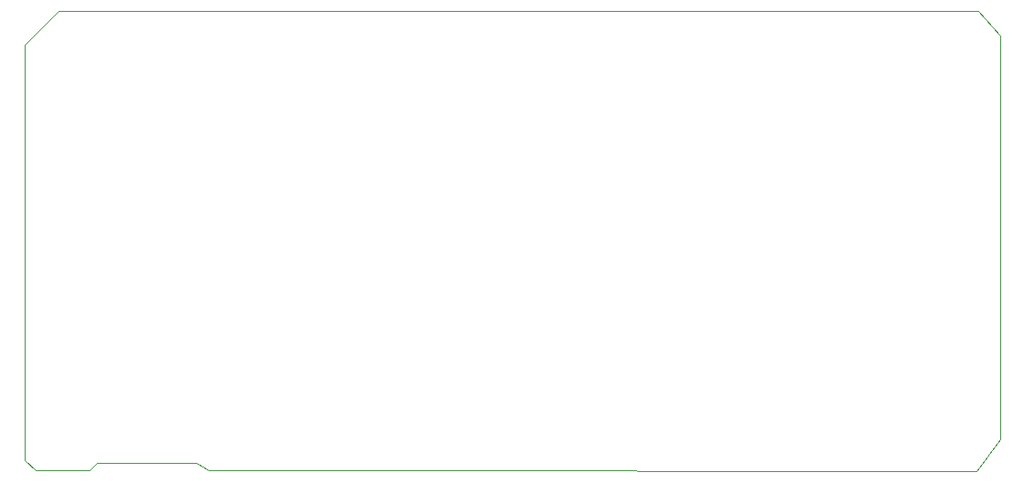
<source format=gbr>
%TF.GenerationSoftware,KiCad,Pcbnew,8.0.8*%
%TF.CreationDate,2025-02-15T20:23:54-05:00*%
%TF.ProjectId,Hackpad,4861636b-7061-4642-9e6b-696361645f70,rev?*%
%TF.SameCoordinates,Original*%
%TF.FileFunction,Profile,NP*%
%FSLAX46Y46*%
G04 Gerber Fmt 4.6, Leading zero omitted, Abs format (unit mm)*
G04 Created by KiCad (PCBNEW 8.0.8) date 2025-02-15 20:23:54*
%MOMM*%
%LPD*%
G01*
G04 APERTURE LIST*
%TA.AperFunction,Profile*%
%ADD10C,0.050000*%
%TD*%
G04 APERTURE END LIST*
D10*
X120910000Y-110515000D02*
X121910000Y-111465000D01*
X127560000Y-110715000D02*
X126910000Y-111465000D01*
X209260000Y-68865000D02*
X211210000Y-71115000D01*
X211210000Y-71115000D02*
X211210000Y-108565000D01*
X126910000Y-111465000D02*
X121910000Y-111465000D01*
X209060000Y-111515000D02*
X146610000Y-111465000D01*
X124060000Y-68865000D02*
X120910000Y-71965000D01*
X124060000Y-68865000D02*
X209260000Y-68865000D01*
X137910000Y-111465000D02*
X146610000Y-111465000D01*
X120910000Y-110515000D02*
X120910000Y-71965000D01*
X127560000Y-110715000D02*
X136860000Y-110765000D01*
X211210000Y-108565000D02*
X209060000Y-111515000D01*
X136860000Y-110765000D02*
X137910000Y-111465000D01*
M02*

</source>
